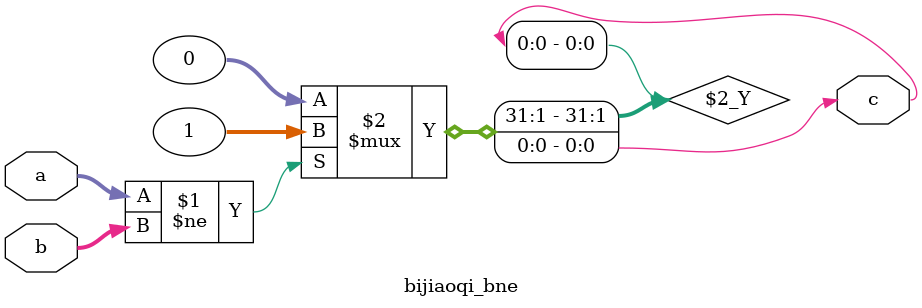
<source format=v>
`timescale 1ns / 1ps
module bijiaoqi_bne(
    input [31:0] a,
    input [31:0] b,
    output c
    );
	 assign c = (a!=b)?1:0;

endmodule

</source>
